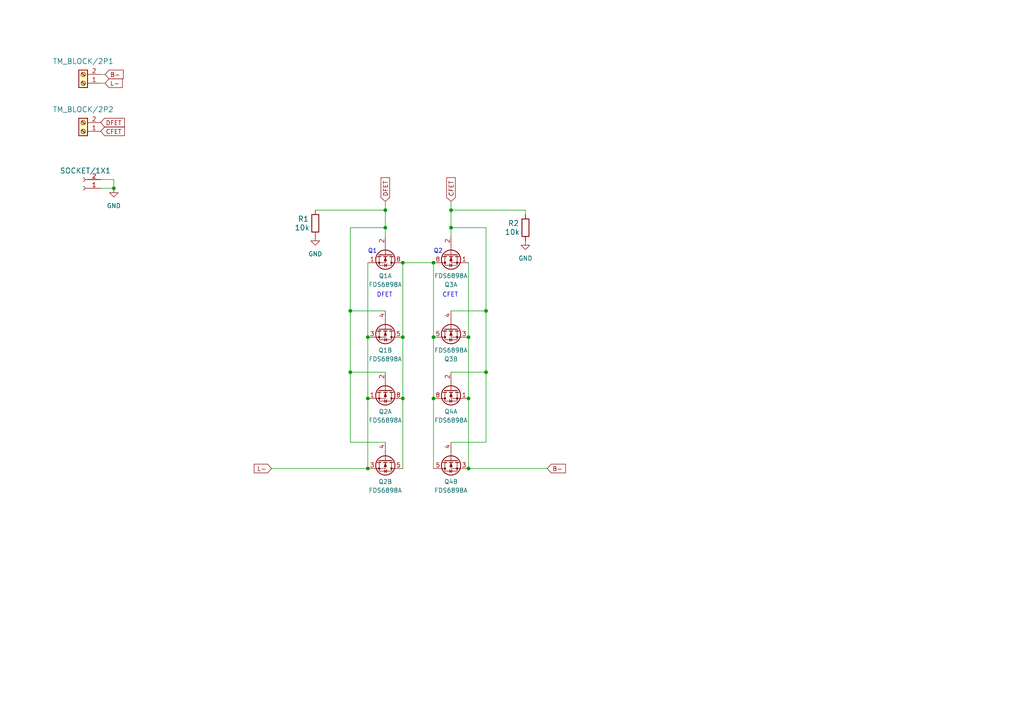
<source format=kicad_sch>
(kicad_sch (version 20230121) (generator eeschema)
  (paper "A4")
  (lib_symbols
    (symbol "Transistor_FET:FDS6898A" (pin_names hide)
      (property "Reference" "Q" (at 5.08 1.905 0))
      (property "Value" "FDS6898A" (at 5.08 0 0))
      (symbol "FDS6898A_0_1"
        (polyline (pts (xy 0.254 0) (xy -2.54 0)))
        (polyline (pts (xy 0.254 1.905) (xy 0.254 -1.905)) (stroke (width 0.254)))
        (polyline (pts (xy 0.762 -1.27) (xy 0.762 -2.286)) (stroke (width 0.254)))
        (polyline (pts (xy 0.762 0.508) (xy 0.762 -0.508)) (stroke (width 0.254)))
        (polyline (pts (xy 0.762 2.286) (xy 0.762 1.27)) (stroke (width 0.254)))
        (polyline (pts (xy 2.54 2.54) (xy 2.54 1.778)))
        (polyline (pts (xy 2.54 -2.54) (xy 2.54 0) (xy 0.762 0)))
        (polyline (pts (xy 0.762 -1.778) (xy 3.302 -1.778) (xy 3.302 1.778) (xy 0.762 1.778)))
        (polyline (pts (xy 1.016 0) (xy 2.032 0.381) (xy 2.032 -0.381) (xy 1.016 0)) (fill (type outline)))
        (polyline (pts (xy 2.794 0.508) (xy 2.921 0.381) (xy 3.683 0.381) (xy 3.81 0.254)))
        (polyline (pts (xy 3.302 0.381) (xy 2.921 -0.254) (xy 3.683 -0.254) (xy 3.302 0.381)))
        (circle (center 1.651 0) (radius 2.794) (stroke (width 0.254)))
        (circle (center 2.54 -1.778) (radius 0.254) (fill (type outline)))
        (circle (center 2.54 1.778) (radius 0.254) (fill (type outline)))
      )
      (symbol "FDS6898A_1_1"
        (pin passive line (at 2.54 -5.08 90) (length 2.54) (name "S1") (number "1"))
        (pin passive line (at -5.08 0 0) (length 2.54) (name "G1") (number "2"))
        (pin passive line (at 2.54 5.08 270) (length 2.54) hide (name "D1") (number "7"))
        (pin passive line (at 2.54 5.08 270) (length 2.54) (name "D1") (number "8"))
      )
      (symbol "FDS6898A_2_1"
        (pin passive line (at 2.54 -5.08 90) (length 2.54) (name "S2") (number "3"))
        (pin passive line (at -5.08 0 0) (length 2.54) (name "G2") (number "4"))
        (pin passive line (at 2.54 5.08 270) (length 2.54) (name "D2") (number "5"))
        (pin passive line (at 2.54 5.08 270) (length 2.54) hide (name "D2") (number "6"))
      )
    )
    (symbol "VAMK_CON:SOCKET_1X2" (pin_names (offset 0) hide)
      (property "Reference" "SOCKET/1X2" (at 15.24 2.54 0))
      (symbol "SOCKET_1X2_1_1"
        (arc (start 0 -2.032) (mid -0.5058 -2.54) (end 0 -3.048) (stroke (width 0.1524)))
        (polyline (pts (xy -1.27 -2.54) (xy -0.508 -2.54)) (stroke (width 0.1524)))
        (polyline (pts (xy -1.27 0) (xy -0.508 0)) (stroke (width 0.1524)))
        (arc (start 0 0.508) (mid -0.5058 0) (end 0 -0.508) (stroke (width 0.1524)))
        (pin passive line (at -5.08 0 0) (length 3.81) (name "Pin_1") (number "1"))
        (pin passive line (at -5.08 -2.54 0) (length 3.81) (name "Pin_2") (number "2"))
      )
    )
    (symbol "VAMK_CON:TM_BLOCK_2P" (pin_names (offset 0) hide)
      (property "Reference" "TM_BLOCK/2P" (at 10.16 5.08 0))
      (symbol "TM_BLOCK_2P_1_1"
        (rectangle (start -1.27 1.27) (end 1.27 -3.81) (stroke (width 0.254)) (fill (type background)))
        (circle (center 0 -2.54) (radius 0.635) (stroke (width 0.1524)))
        (polyline (pts (xy -0.5334 -2.2098) (xy 0.3302 -3.048)) (stroke (width 0.1524)))
        (polyline (pts (xy -0.5334 0.3302) (xy 0.3302 -0.508)) (stroke (width 0.1524)))
        (polyline (pts (xy -0.3556 -2.032) (xy 0.508 -2.8702)) (stroke (width 0.1524)))
        (polyline (pts (xy -0.3556 0.508) (xy 0.508 -0.3302)) (stroke (width 0.1524)))
        (circle (center 0 0) (radius 0.635) (stroke (width 0.1524)))
        (pin passive line (at -5.08 0 0) (length 3.81) (name "Pin_1") (number "1"))
        (pin passive line (at -5.08 -2.54 0) (length 3.81) (name "Pin_2") (number "2"))
      )
    )
    (symbol "VAMK_R_SMD:10k" (pin_numbers hide) (pin_names (offset 0) hide)
      (property "Reference" "R" (at 0 0 0))
      (symbol "10k_1_1"
        (rectangle (start 2.54 -1.016) (end -2.54 1.016) (stroke (width 0.254)))
        (pin passive line (at -3.81 0 0) (length 1.27) (name "~") (number "1"))
        (pin passive line (at 3.81 0 180) (length 1.27) (name "~") (number "2"))
      )
    )
    (symbol "power:GND" (power) (pin_names (offset 0))
      (property "Value" "GND" (at 0 -3.81 0))
      (symbol "GND_0_1"
        (polyline (pts (xy 0 0) (xy 0 -1.27) (xy 1.27 -1.27) (xy 0 -2.54) (xy -1.27 -1.27) (xy 0 -1.27)))
      )
      (symbol "GND_1_1"
        (pin power_in line (at 0 0 270) (length 0) hide (name "GND") (number "1"))
      )
    )
  )
  (junction (at 101.6 107.95))
  (junction (at 135.89 115.57))
  (junction (at 135.89 135.89))
  (junction (at 130.81 66.04))
  (junction (at 106.68 97.79))
  (junction (at 140.97 107.95))
  (junction (at 140.97 90.17))
  (junction (at 125.73 76.2))
  (junction (at 125.73 115.57))
  (junction (at 116.84 76.2))
  (junction (at 111.76 66.04))
  (junction (at 130.81 60.96))
  (junction (at 125.73 97.79))
  (junction (at 101.6 90.17))
  (junction (at 135.89 97.79))
  (junction (at 106.68 135.89))
  (junction (at 33.02 54.61))
  (junction (at 111.76 60.96))
  (junction (at 116.84 97.79))
  (junction (at 116.84 115.57))
  (junction (at 106.68 115.57))
  (wire (pts (xy 91.44 60.96) (xy 111.76 60.96)))
  (wire (pts (xy 111.76 107.95) (xy 101.6 107.95)))
  (wire (pts (xy 135.89 115.57) (xy 135.89 135.89)))
  (wire (pts (xy 101.6 128.27) (xy 101.6 107.95)))
  (wire (pts (xy 106.68 97.79) (xy 106.68 115.57)))
  (wire (pts (xy 140.97 128.27) (xy 140.97 107.95)))
  (wire (pts (xy 111.76 90.17) (xy 101.6 90.17)))
  (wire (pts (xy 116.84 76.2) (xy 116.84 97.79)))
  (wire (pts (xy 33.02 52.07) (xy 33.02 54.61)))
  (wire (pts (xy 125.73 97.79) (xy 125.73 115.57)))
  (wire (pts (xy 101.6 107.95) (xy 101.6 90.17)))
  (wire (pts (xy 130.81 107.95) (xy 140.97 107.95)))
  (wire (pts (xy 140.97 107.95) (xy 140.97 90.17)))
  (wire (pts (xy 106.68 76.2) (xy 106.68 97.79)))
  (wire (pts (xy 116.84 97.79) (xy 116.84 115.57)))
  (wire (pts (xy 140.97 66.04) (xy 140.97 90.17)))
  (wire (pts (xy 140.97 66.04) (xy 130.81 66.04)))
  (wire (pts (xy 130.81 60.96) (xy 130.81 66.04)))
  (wire (pts (xy 130.81 66.04) (xy 130.81 68.58)))
  (wire (pts (xy 152.4 60.96) (xy 152.4 62.23)))
  (wire (pts (xy 29.21 52.07) (xy 33.02 52.07)))
  (wire (pts (xy 125.73 115.57) (xy 125.73 135.89)))
  (wire (pts (xy 135.89 97.79) (xy 135.89 115.57)))
  (wire (pts (xy 101.6 66.04) (xy 111.76 66.04)))
  (wire (pts (xy 29.21 24.13) (xy 30.48 24.13)))
  (wire (pts (xy 116.84 76.2) (xy 125.73 76.2)))
  (wire (pts (xy 130.81 58.42) (xy 130.81 60.96)))
  (wire (pts (xy 111.76 128.27) (xy 101.6 128.27)))
  (wire (pts (xy 135.89 135.89) (xy 158.75 135.89)))
  (wire (pts (xy 130.81 60.96) (xy 152.4 60.96)))
  (wire (pts (xy 111.76 58.42) (xy 111.76 60.96)))
  (wire (pts (xy 111.76 66.04) (xy 111.76 68.58)))
  (wire (pts (xy 116.84 115.57) (xy 116.84 135.89)))
  (wire (pts (xy 29.21 21.59) (xy 30.48 21.59)))
  (wire (pts (xy 135.89 76.2) (xy 135.89 97.79)))
  (wire (pts (xy 29.21 54.61) (xy 33.02 54.61)))
  (wire (pts (xy 106.68 115.57) (xy 106.68 135.89)))
  (wire (pts (xy 106.68 135.89) (xy 78.74 135.89)))
  (wire (pts (xy 125.73 76.2) (xy 125.73 97.79)))
  (wire (pts (xy 101.6 66.04) (xy 101.6 90.17)))
  (wire (pts (xy 111.76 60.96) (xy 111.76 66.04)))
  (wire (pts (xy 130.81 128.27) (xy 140.97 128.27)))
  (wire (pts (xy 130.81 90.17) (xy 140.97 90.17)))
  (text "Q1" (at 106.68 73.66 0) (effects (font (size 1.27 1.27)) (justify left bottom)))
  (text "Q2" (at 125.73 73.66 0) (effects (font (size 1.27 1.27)) (justify left bottom)))
  (text "DFET" (at 109.22 86.36 0) (effects (font (size 1.27 1.27)) (justify left bottom)))
  (text "CFET" (at 128.27 86.36 0) (effects (font (size 1.27 1.27)) (justify left bottom)))
  (global_label "B-" (shape input) (at 30.48 21.59 0) (property "Intersheetrefs" "${INTERSHEET_REFS}" (effects hide)))
  (global_label "CFET" (shape input) (at 130.81 58.42 90) (property "Intersheetrefs" "${INTERSHEET_REFS}" (effects hide)))
  (global_label "L-" (shape input) (at 78.74 135.89 180) (property "Intersheetrefs" "${INTERSHEET_REFS}" (effects hide)))
  (global_label "DFET" (shape input) (at 111.76 58.42 90) (property "Intersheetrefs" "${INTERSHEET_REFS}" (effects hide)))
  (global_label "L-" (shape input) (at 30.48 24.13 0) (property "Intersheetrefs" "${INTERSHEET_REFS}" (effects hide)))
  (global_label "DFET" (shape input) (at 29.21 35.56 0) (property "Intersheetrefs" "${INTERSHEET_REFS}" (effects hide)))
  (global_label "B-" (shape input) (at 158.75 135.89 0) (property "Intersheetrefs" "${INTERSHEET_REFS}" (effects hide)))
  (global_label "CFET" (shape input) (at 29.21 38.1 0) (property "Intersheetrefs" "${INTERSHEET_REFS}" (effects hide)))
  (symbol (lib_id "Transistor_FET:FDS6898A") (at 130.81 133.35 90) (mirror x) (unit 2)
    (property "Reference" "Q4" (at 130.81 139.7 90))
    (property "Value" "FDS6898A" (at 130.81 142.24 90))
    (property "Footprint" "Package_SO:SOIC-8_3.9x4.9mm_P1.27mm" (effects hide))
    (property "Datasheet" "https://www.onsemi.com/pub/Collateral/FDS6898A-D.PDF" (effects hide))
  )
  (symbol (lib_id "VAMK_R_SMD:10k") (at 91.44 64.77 90) (unit 1)
    (property "Reference" "R1" (at 86.36 63.5 90) (effects (font (size 1.524 1.524)) (justify right)))
    (property "Value" "10k" (at 87.63 66.04 90) (effects (font (size 1.524 1.524))))
    (property "Footprint" "VAMK_R_SMD:1206" (effects hide))
    (property "Datasheet" "\"\"" (effects hide))
    (property "Storing Location" "EC6,  SMD station" (effects hide))
    (property "Tolerance" " +-5%" (effects hide))
    (property "Order Number Farnell" "613824" (effects hide))
    (property "Blank Field" "none" (effects hide))
  )
  (symbol (lib_id "Transistor_FET:FDS6898A") (at 111.76 133.35 270) (unit 2)
    (property "Reference" "Q2" (at 111.76 139.7 90))
    (property "Value" "FDS6898A" (at 111.76 142.24 90))
    (property "Footprint" "Package_SO:SOIC-8_3.9x4.9mm_P1.27mm" (effects hide))
    (property "Datasheet" "https://www.onsemi.com/pub/Collateral/FDS6898A-D.PDF" (effects hide))
  )
  (symbol (lib_id "Transistor_FET:FDS6898A") (at 111.76 73.66 270) (unit 1)
    (property "Reference" "Q1" (at 111.76 80.01 90))
    (property "Value" "FDS6898A" (at 111.76 82.55 90))
    (property "Footprint" "Package_SO:SOIC-8_3.9x4.9mm_P1.27mm" (effects hide))
    (property "Datasheet" "https://www.onsemi.com/pub/Collateral/FDS6898A-D.PDF" (effects hide))
  )
  (symbol (lib_id "Transistor_FET:FDS6898A") (at 130.81 95.25 90) (mirror x) (unit 2)
    (property "Reference" "Q3" (at 130.81 104.14 90))
    (property "Value" "FDS6898A" (at 130.81 101.6 90))
    (property "Footprint" "Package_SO:SOIC-8_3.9x4.9mm_P1.27mm" (effects hide))
    (property "Datasheet" "https://www.onsemi.com/pub/Collateral/FDS6898A-D.PDF" (effects hide))
  )
  (symbol (lib_id "power:GND") (at 91.44 68.58 0) (unit 1)
    (property "Reference" "#PWR02" (effects hide))
    (property "Value" "GND" (at 91.44 73.66 0))
  )
  (symbol (lib_id "VAMK_CON:TM_BLOCK_2P") (at 24.13 24.13 180) (unit 1)
    (property "Reference" "TM_BLOCK/2P1" (at 24.13 17.78 0) (effects (font (size 1.524 1.524))))
    (property "Value" "TM_BLOCK_2P" (effects hide))
    (property "Footprint" "VAMK_CON:TM_BLOCK_2P" (effects hide))
    (property "Datasheet" "\"\"" (effects hide))
    (property "Storing Location" "3.10.3.1" (effects hide))
    (property "Order Number Elfa" "48-375-06" (effects hide))
    (property "Order Numer Farnell" "963-2670" (effects hide))
  )
  (symbol (lib_id "power:GND") (at 33.02 54.61 0) (unit 1)
    (property "Reference" "#PWR03" (effects hide))
    (property "Value" "GND" (at 33.02 59.69 0))
  )
  (symbol (lib_id "Transistor_FET:FDS6898A") (at 130.81 73.66 90) (mirror x) (unit 1)
    (property "Reference" "Q3" (at 130.81 82.55 90))
    (property "Value" "FDS6898A" (at 130.81 80.01 90))
    (property "Footprint" "Package_SO:SOIC-8_3.9x4.9mm_P1.27mm" (effects hide))
    (property "Datasheet" "https://www.onsemi.com/pub/Collateral/FDS6898A-D.PDF" (effects hide))
  )
  (symbol (lib_id "Transistor_FET:FDS6898A") (at 111.76 113.03 270) (unit 1)
    (property "Reference" "Q2" (at 111.76 119.38 90))
    (property "Value" "FDS6898A" (at 111.76 121.92 90))
    (property "Footprint" "Package_SO:SOIC-8_3.9x4.9mm_P1.27mm" (effects hide))
    (property "Datasheet" "https://www.onsemi.com/pub/Collateral/FDS6898A-D.PDF" (effects hide))
  )
  (symbol (lib_id "VAMK_CON:TM_BLOCK_2P") (at 24.13 38.1 180) (unit 1)
    (property "Reference" "TM_BLOCK/2P2" (at 24.13 31.75 0) (effects (font (size 1.524 1.524))))
    (property "Value" "TM_BLOCK_2P" (effects hide))
    (property "Footprint" "VAMK_CON:TM_BLOCK_2P" (effects hide))
    (property "Datasheet" "\"\"" (effects hide))
    (property "Storing Location" "3.10.3.1" (effects hide))
    (property "Order Number Elfa" "48-375-06" (effects hide))
    (property "Order Numer Farnell" "963-2670" (effects hide))
  )
  (symbol (lib_id "Transistor_FET:FDS6898A") (at 130.81 113.03 90) (mirror x) (unit 1)
    (property "Reference" "Q4" (at 130.81 119.38 90))
    (property "Value" "FDS6898A" (at 130.81 121.92 90))
    (property "Footprint" "Package_SO:SOIC-8_3.9x4.9mm_P1.27mm" (effects hide))
    (property "Datasheet" "https://www.onsemi.com/pub/Collateral/FDS6898A-D.PDF" (effects hide))
  )
  (symbol (lib_id "VAMK_CON:SOCKET_1X2") (at 24.13 54.61 180) (unit 1)
    (property "Reference" "SOCKET/1X1" (at 24.765 49.53 0) (effects (font (size 1.524 1.524))))
    (property "Value" "SOCKET_1X2" (effects hide))
    (property "Footprint" "VAMK_CON:SOCKET_1x2" (effects hide))
    (property "Datasheet" "\"\"" (effects hide))
    (property "Storing Location" "3.9.4.X" (effects hide))
    (property "Order Number Elfa" "44-157-59" (effects hide))
    (property "Order Numer Farnell" "366-5707" (effects hide))
  )
  (symbol (lib_id "VAMK_R_SMD:10k") (at 152.4 66.04 90) (unit 1)
    (property "Reference" "R2" (at 147.32 64.77 90) (effects (font (size 1.524 1.524)) (justify right)))
    (property "Value" "10k" (at 148.59 67.31 90) (effects (font (size 1.524 1.524))))
    (property "Footprint" "VAMK_R_SMD:1206" (effects hide))
    (property "Datasheet" "\"\"" (effects hide))
    (property "Storing Location" "EC6,  SMD station" (effects hide))
    (property "Tolerance" " +-5%" (effects hide))
    (property "Order Number Farnell" "613824" (effects hide))
    (property "Blank Field" "none" (effects hide))
  )
  (symbol (lib_id "power:GND") (at 152.4 69.85 0) (unit 1)
    (property "Reference" "#PWR01" (effects hide))
    (property "Value" "GND" (at 152.4 74.93 0))
  )
  (symbol (lib_id "Transistor_FET:FDS6898A") (at 111.76 95.25 270) (unit 2)
    (property "Reference" "Q1" (at 111.76 101.6 90))
    (property "Value" "FDS6898A" (at 111.76 104.14 90))
    (property "Footprint" "Package_SO:SOIC-8_3.9x4.9mm_P1.27mm" (effects hide))
    (property "Datasheet" "https://www.onsemi.com/pub/Collateral/FDS6898A-D.PDF" (effects hide))
  )
)
</source>
